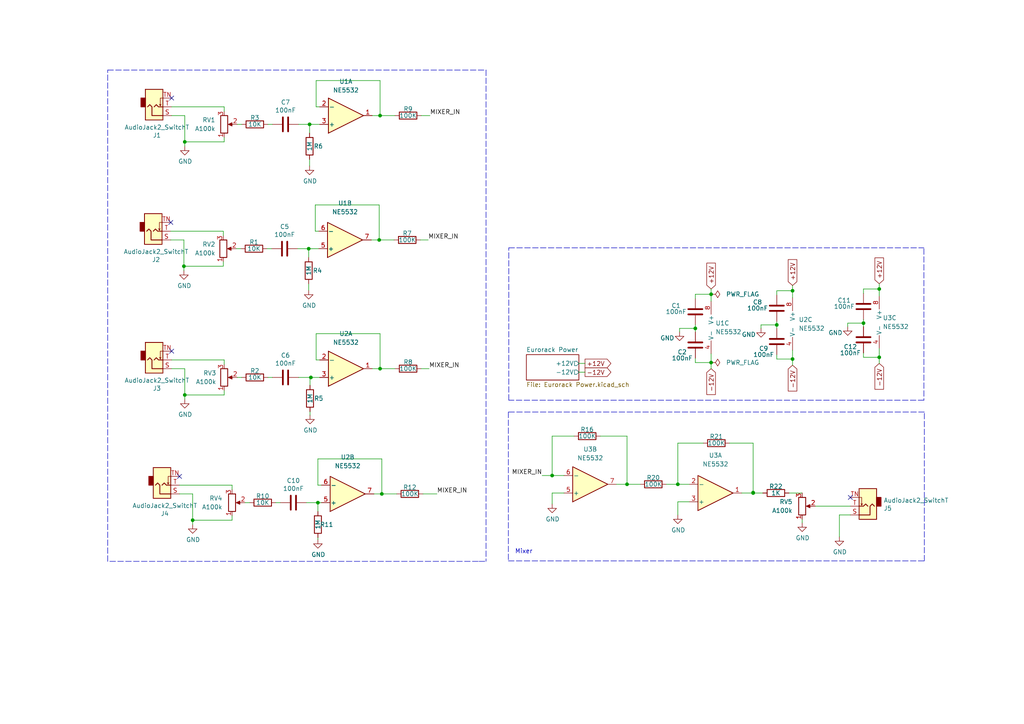
<source format=kicad_sch>
(kicad_sch (version 20211123) (generator eeschema)
  (paper "A4")
  (title_block (title "MiniMix") (rev "v1.2"))
  (lib_symbols
    (symbol "Amplifier_Operational:NE5532" (pin_names (offset 0.127))
      (property "Reference" "U" (at 0 5.08 0))
      (property "Value" "NE5532" (at 0 -5.08 0))
      (symbol "NE5532_1_1"
        (polyline (pts (xy -5.08 5.08) (xy 5.08 0) (xy -5.08 -5.08) (xy -5.08 5.08)) (stroke (width 0.254)) (fill (type background)))
        (pin output line (at 7.62 0 180) (length 2.54) (name "~") (number "1"))
        (pin input line (at -7.62 -2.54 0) (length 2.54) (name "-") (number "2"))
        (pin input line (at -7.62 2.54 0) (length 2.54) (name "+") (number "3"))
      )
      (symbol "NE5532_2_1"
        (polyline (pts (xy -5.08 5.08) (xy 5.08 0) (xy -5.08 -5.08) (xy -5.08 5.08)) (stroke (width 0.254)) (fill (type background)))
        (pin input line (at -7.62 2.54 0) (length 2.54) (name "+") (number "5"))
        (pin input line (at -7.62 -2.54 0) (length 2.54) (name "-") (number "6"))
        (pin output line (at 7.62 0 180) (length 2.54) (name "~") (number "7"))
      )
      (symbol "NE5532_3_1"
        (pin power_in line (at -2.54 -7.62 90) (length 3.81) (name "V-") (number "4"))
        (pin power_in line (at -2.54 7.62 270) (length 3.81) (name "V+") (number "8"))
      )
    )
    (symbol "Connector:AudioJack2_SwitchT"
      (property "Reference" "J" (at 0 8.89 0))
      (property "Value" "AudioJack2_SwitchT" (at 0 6.35 0))
      (symbol "AudioJack2_SwitchT_0_1"
        (rectangle (start -2.54 0) (end -3.81 -2.54) (stroke (width 0.254)) (fill (type outline)))
        (polyline (pts (xy 1.778 -0.254) (xy 2.032 -0.762)))
        (polyline (pts (xy 0 0) (xy 0.635 -0.635) (xy 1.27 0) (xy 2.54 0)) (stroke (width 0.254)))
        (polyline (pts (xy 2.54 -2.54) (xy 1.778 -2.54) (xy 1.778 -0.254) (xy 1.524 -0.762)))
        (polyline (pts (xy 2.54 2.54) (xy -0.635 2.54) (xy -0.635 0) (xy -1.27 -0.635) (xy -1.905 0)) (stroke (width 0.254)))
        (rectangle (start 2.54 3.81) (end -2.54 -5.08) (stroke (width 0.254)) (fill (type background)))
      )
      (symbol "AudioJack2_SwitchT_1_1"
        (pin passive line (at 5.08 2.54 180) (length 2.54) (name "~") (number "S"))
        (pin passive line (at 5.08 0 180) (length 2.54) (name "~") (number "T"))
        (pin passive line (at 5.08 -2.54 180) (length 2.54) (name "~") (number "TN"))
      )
    )
    (symbol "Device:C" (pin_numbers hide) (pin_names (offset 0.254))
      (property "Reference" "C" (at 0.635 2.54 0))
      (property "Value" "C" (at 0.635 -2.54 0))
      (symbol "C_0_1"
        (polyline (pts (xy -2.032 -0.762) (xy 2.032 -0.762)) (stroke (width 0.508)))
        (polyline (pts (xy -2.032 0.762) (xy 2.032 0.762)) (stroke (width 0.508)))
      )
      (symbol "C_1_1"
        (pin passive line (at 0 3.81 270) (length 2.794) (name "~") (number "1"))
        (pin passive line (at 0 -3.81 90) (length 2.794) (name "~") (number "2"))
      )
    )
    (symbol "Device:R" (pin_numbers hide) (pin_names (offset 0))
      (property "Reference" "R" (at 2.032 0 90))
      (property "Value" "R" (at 0 0 90))
      (symbol "R_0_1"
        (rectangle (start -1.016 -2.54) (end 1.016 2.54) (stroke (width 0.254)))
      )
      (symbol "R_1_1"
        (pin passive line (at 0 3.81 270) (length 1.27) (name "~") (number "1"))
        (pin passive line (at 0 -3.81 90) (length 1.27) (name "~") (number "2"))
      )
    )
    (symbol "Device:R_Potentiometer" (pin_names (offset 1.016) hide)
      (property "Reference" "RV" (at -4.445 0 90))
      (property "Value" "R_Potentiometer" (at -2.54 0 90))
      (symbol "R_Potentiometer_0_1"
        (polyline (pts (xy 2.54 0) (xy 1.524 0)))
        (polyline (pts (xy 1.143 0) (xy 2.286 0.508) (xy 2.286 -0.508) (xy 1.143 0)) (fill (type outline)))
        (rectangle (start 1.016 2.54) (end -1.016 -2.54) (stroke (width 0.254)))
      )
      (symbol "R_Potentiometer_1_1"
        (pin passive line (at 0 3.81 270) (length 1.27) (name "1") (number "1"))
        (pin passive line (at 3.81 0 180) (length 1.27) (name "2") (number "2"))
        (pin passive line (at 0 -3.81 90) (length 1.27) (name "3") (number "3"))
      )
    )
    (symbol "power:GND" (power) (pin_names (offset 0))
      (property "Value" "GND" (at 0 -3.81 0))
      (symbol "GND_0_1"
        (polyline (pts (xy 0 0) (xy 0 -1.27) (xy 1.27 -1.27) (xy 0 -2.54) (xy -1.27 -1.27) (xy 0 -1.27)))
      )
      (symbol "GND_1_1"
        (pin power_in line (at 0 0 270) (length 0) hide (name "GND") (number "1"))
      )
    )
    (symbol "power:PWR_FLAG" (power) (pin_numbers hide) (pin_names (offset 0) hide)
      (property "Value" "PWR_FLAG" (at 0 3.81 0))
      (symbol "PWR_FLAG_0_0"
        (pin power_out line (at 0 0 90) (length 0) (name "pwr") (number "1"))
      )
      (symbol "PWR_FLAG_0_1"
        (polyline (pts (xy 0 0) (xy 0 1.27) (xy -1.016 1.905) (xy 0 2.54) (xy 1.016 1.905) (xy 0 1.27)))
      )
    )
  )
  (junction (at 89.789 36.068))
  (junction (at 110.236 106.934))
  (junction (at 110.236 33.528))
  (junction (at 181.864 140.462))
  (junction (at 206.248 105.156))
  (junction (at 255.016 83.82))
  (junction (at 255.016 103.632))
  (junction (at 90.17 109.474))
  (junction (at 250.444 93.726))
  (junction (at 218.44 143.002))
  (junction (at 110.744 143.256))
  (junction (at 55.88 150.876))
  (junction (at 92.202 145.796))
  (junction (at 160.147 137.922))
  (junction (at 229.87 104.14))
  (junction (at 196.596 140.462))
  (junction (at 229.87 84.328))
  (junction (at 201.676 95.25))
  (junction (at 89.535 72.136))
  (junction (at 225.298 94.234))
  (junction (at 53.594 41.148))
  (junction (at 53.594 114.554))
  (junction (at 53.34 77.216))
  (junction (at 206.248 85.344))
  (junction (at 109.982 69.596))
  (junction (at 218.44 142.875))
  (no_connect (at 52.07 138.176))
  (no_connect (at 49.53 64.516))
  (no_connect (at 246.634 144.272))
  (no_connect (at 49.784 101.854))
  (no_connect (at 49.784 28.448))
  (wire (pts (xy 89.789 46.228) (xy 89.789 48.133)))
  (wire (pts (xy 206.248 83.82) (xy 206.248 85.344)))
  (polyline (pts (xy 140.97 20.32) (xy 140.97 162.814)))
  (wire (pts (xy 255.016 82.296) (xy 255.016 83.82)))
  (wire (pts (xy 109.982 69.596) (xy 109.982 59.436)))
  (wire (pts (xy 206.248 85.344) (xy 206.248 87.376)))
  (wire (pts (xy 225.298 104.14) (xy 229.87 104.14)))
  (wire (pts (xy 92.202 133.096) (xy 92.202 140.716)))
  (wire (pts (xy 181.864 140.462) (xy 185.674 140.462)))
  (wire (pts (xy 77.47 72.136) (xy 78.74 72.136)))
  (wire (pts (xy 255.016 103.632) (xy 255.016 105.41)))
  (wire (pts (xy 110.236 106.934) (xy 114.554 106.934)))
  (wire (pts (xy 91.694 104.394) (xy 92.71 104.394)))
  (wire (pts (xy 220.726 94.234) (xy 220.726 95.25)))
  (wire (pts (xy 65.024 104.394) (xy 65.024 105.664)))
  (wire (pts (xy 71.12 145.796) (xy 72.39 145.796)))
  (wire (pts (xy 201.676 95.25) (xy 197.104 95.25)))
  (wire (pts (xy 201.676 85.344) (xy 206.248 85.344)))
  (wire (pts (xy 160.147 137.922) (xy 163.576 137.922)))
  (wire (pts (xy 53.594 114.554) (xy 53.594 115.824)))
  (wire (pts (xy 52.07 140.716) (xy 67.31 140.716)))
  (wire (pts (xy 92.202 145.796) (xy 93.218 145.796)))
  (wire (pts (xy 88.9 145.796) (xy 92.202 145.796)))
  (wire (pts (xy 250.444 103.632) (xy 255.016 103.632)))
  (wire (pts (xy 110.744 143.256) (xy 115.062 143.256)))
  (wire (pts (xy 122.174 33.528) (xy 124.714 33.528)))
  (wire (pts (xy 55.88 143.256) (xy 55.88 150.876)))
  (wire (pts (xy 49.53 67.056) (xy 64.77 67.056)))
  (wire (pts (xy 55.88 150.876) (xy 55.88 152.146)))
  (wire (pts (xy 110.236 23.368) (xy 91.694 23.368)))
  (wire (pts (xy 250.444 93.726) (xy 245.872 93.726)))
  (wire (pts (xy 49.784 30.988) (xy 65.024 30.988)))
  (wire (pts (xy 53.594 33.528) (xy 53.594 41.148)))
  (wire (pts (xy 110.744 143.256) (xy 110.744 133.096)))
  (wire (pts (xy 91.694 23.368) (xy 91.694 30.988)))
  (wire (pts (xy 197.104 95.25) (xy 197.104 96.266)))
  (wire (pts (xy 166.497 126.492) (xy 160.147 126.492)))
  (polyline (pts (xy 147.447 162.687) (xy 268.097 162.687)))
  (wire (pts (xy 201.676 103.886) (xy 201.676 105.156)))
  (wire (pts (xy 52.07 143.256) (xy 55.88 143.256)))
  (wire (pts (xy 243.459 149.352) (xy 243.459 155.702)))
  (wire (pts (xy 163.576 143.002) (xy 160.147 143.002)))
  (wire (pts (xy 77.724 36.068) (xy 78.994 36.068)))
  (wire (pts (xy 108.458 143.256) (xy 110.744 143.256)))
  (wire (pts (xy 218.44 143.002) (xy 221.234 143.002)))
  (wire (pts (xy 91.44 67.056) (xy 92.456 67.056)))
  (polyline (pts (xy 147.574 116.078) (xy 147.574 71.882)))
  (wire (pts (xy 67.31 140.716) (xy 67.31 141.986)))
  (wire (pts (xy 193.294 140.462) (xy 196.596 140.462)))
  (wire (pts (xy 236.474 146.812) (xy 246.634 146.812)))
  (wire (pts (xy 229.87 84.328) (xy 229.87 86.36)))
  (wire (pts (xy 110.236 106.934) (xy 110.236 96.774)))
  (wire (pts (xy 229.87 82.804) (xy 229.87 84.328)))
  (wire (pts (xy 181.864 126.492) (xy 181.864 140.462)))
  (wire (pts (xy 80.01 145.796) (xy 81.28 145.796)))
  (wire (pts (xy 89.916 109.22) (xy 90.17 109.474)))
  (wire (pts (xy 91.44 59.436) (xy 91.44 67.056)))
  (wire (pts (xy 211.582 128.524) (xy 218.44 128.524)))
  (wire (pts (xy 68.834 36.068) (xy 70.104 36.068)))
  (wire (pts (xy 109.982 69.596) (xy 114.3 69.596)))
  (wire (pts (xy 122.682 143.256) (xy 126.746 143.256)))
  (wire (pts (xy 206.248 105.156) (xy 206.248 106.934)))
  (wire (pts (xy 107.95 106.934) (xy 110.236 106.934)))
  (wire (pts (xy 65.024 30.988) (xy 65.024 32.258)))
  (wire (pts (xy 77.724 109.474) (xy 78.994 109.474)))
  (wire (pts (xy 196.596 140.462) (xy 199.898 140.462)))
  (wire (pts (xy 250.444 85.09) (xy 250.444 83.82)))
  (wire (pts (xy 201.676 95.25) (xy 201.676 96.266)))
  (wire (pts (xy 68.834 109.474) (xy 70.104 109.474)))
  (wire (pts (xy 250.444 92.71) (xy 250.444 93.726)))
  (wire (pts (xy 110.236 33.528) (xy 110.236 23.368)))
  (wire (pts (xy 232.664 150.622) (xy 232.664 151.638)))
  (wire (pts (xy 89.789 36.068) (xy 92.71 36.068)))
  (wire (pts (xy 65.024 114.554) (xy 65.024 113.284)))
  (wire (pts (xy 91.694 30.988) (xy 92.71 30.988)))
  (wire (pts (xy 160.147 126.492) (xy 160.147 137.922)))
  (wire (pts (xy 89.916 119.38) (xy 89.916 120.396)))
  (wire (pts (xy 55.88 150.876) (xy 67.31 150.876)))
  (polyline (pts (xy 267.97 72.136) (xy 267.97 116.078)))
  (wire (pts (xy 225.298 84.328) (xy 229.87 84.328)))
  (polyline (pts (xy 31.242 162.814) (xy 31.242 20.32)))
  (wire (pts (xy 86.36 72.136) (xy 89.535 72.136)))
  (wire (pts (xy 92.202 140.716) (xy 93.218 140.716)))
  (wire (pts (xy 89.535 82.296) (xy 89.535 84.201)))
  (wire (pts (xy 255.016 101.092) (xy 255.016 103.632)))
  (wire (pts (xy 89.916 109.22) (xy 89.916 111.76)))
  (wire (pts (xy 53.594 41.148) (xy 65.024 41.148)))
  (wire (pts (xy 196.596 145.542) (xy 199.898 145.542)))
  (wire (pts (xy 53.594 114.554) (xy 65.024 114.554)))
  (wire (pts (xy 174.117 126.492) (xy 181.864 126.492)))
  (wire (pts (xy 201.676 86.614) (xy 201.676 85.344)))
  (wire (pts (xy 53.34 69.596) (xy 53.34 77.216)))
  (wire (pts (xy 218.44 128.524) (xy 218.44 142.875)))
  (wire (pts (xy 196.596 145.542) (xy 196.596 149.352)))
  (wire (pts (xy 64.77 77.216) (xy 64.77 75.946)))
  (wire (pts (xy 86.614 36.068) (xy 89.789 36.068)))
  (wire (pts (xy 225.298 102.87) (xy 225.298 104.14)))
  (wire (pts (xy 157.226 137.922) (xy 160.147 137.922)))
  (wire (pts (xy 201.676 105.156) (xy 206.248 105.156)))
  (polyline (pts (xy 138.684 162.814) (xy 31.242 162.814)))
  (wire (pts (xy 167.894 107.95) (xy 169.672 107.95)))
  (wire (pts (xy 68.58 72.136) (xy 69.85 72.136)))
  (wire (pts (xy 91.694 96.774) (xy 91.694 104.394)))
  (wire (pts (xy 181.864 140.462) (xy 178.816 140.462)))
  (wire (pts (xy 110.744 133.096) (xy 92.202 133.096)))
  (wire (pts (xy 228.854 143.002) (xy 232.664 143.002)))
  (wire (pts (xy 206.248 102.616) (xy 206.248 105.156)))
  (polyline (pts (xy 267.97 116.078) (xy 147.574 116.078)))
  (wire (pts (xy 49.784 104.394) (xy 65.024 104.394)))
  (wire (pts (xy 167.894 105.41) (xy 169.672 105.41)))
  (wire (pts (xy 225.298 85.598) (xy 225.298 84.328)))
  (wire (pts (xy 215.138 143.002) (xy 218.44 143.002)))
  (wire (pts (xy 89.535 72.136) (xy 92.456 72.136)))
  (wire (pts (xy 225.298 93.218) (xy 225.298 94.234)))
  (wire (pts (xy 92.202 155.956) (xy 92.202 156.464)))
  (wire (pts (xy 122.174 106.934) (xy 124.46 106.934)))
  (wire (pts (xy 245.872 93.726) (xy 245.872 94.742)))
  (wire (pts (xy 107.696 69.596) (xy 109.982 69.596)))
  (polyline (pts (xy 268.097 162.687) (xy 268.097 119.507)))
  (wire (pts (xy 250.444 102.362) (xy 250.444 103.632)))
  (polyline (pts (xy 147.447 119.507) (xy 147.447 162.687)))
  (wire (pts (xy 107.95 33.528) (xy 110.236 33.528)))
  (polyline (pts (xy 138.938 162.814) (xy 140.97 162.814)))
  (wire (pts (xy 89.535 72.136) (xy 89.535 74.676)))
  (wire (pts (xy 90.17 109.474) (xy 92.71 109.474)))
  (wire (pts (xy 110.236 33.528) (xy 114.554 33.528)))
  (wire (pts (xy 160.147 143.002) (xy 160.147 146.177)))
  (wire (pts (xy 49.784 106.934) (xy 53.594 106.934)))
  (wire (pts (xy 49.784 33.528) (xy 53.594 33.528)))
  (wire (pts (xy 246.634 149.352) (xy 243.459 149.352)))
  (polyline (pts (xy 31.242 20.32) (xy 140.97 20.32)))
  (wire (pts (xy 201.676 94.234) (xy 201.676 95.25)))
  (wire (pts (xy 110.236 96.774) (xy 91.694 96.774)))
  (wire (pts (xy 89.789 36.068) (xy 89.789 38.608)))
  (wire (pts (xy 225.298 94.234) (xy 220.726 94.234)))
  (wire (pts (xy 53.34 77.216) (xy 64.77 77.216)))
  (wire (pts (xy 229.87 101.6) (xy 229.87 104.14)))
  (wire (pts (xy 225.298 94.234) (xy 225.298 95.25)))
  (wire (pts (xy 109.982 59.436) (xy 91.44 59.436)))
  (wire (pts (xy 250.444 93.726) (xy 250.444 94.742)))
  (wire (pts (xy 218.44 142.875) (xy 218.44 143.002)))
  (wire (pts (xy 255.016 83.82) (xy 255.016 85.852)))
  (polyline (pts (xy 147.574 71.882) (xy 267.97 71.882)))
  (wire (pts (xy 250.444 83.82) (xy 255.016 83.82)))
  (wire (pts (xy 196.596 128.524) (xy 203.962 128.524)))
  (wire (pts (xy 49.53 69.596) (xy 53.34 69.596)))
  (wire (pts (xy 121.92 69.596) (xy 124.206 69.596)))
  (wire (pts (xy 229.87 104.14) (xy 229.87 105.918)))
  (wire (pts (xy 53.34 77.216) (xy 53.34 78.486)))
  (wire (pts (xy 86.614 109.474) (xy 90.17 109.474)))
  (wire (pts (xy 67.31 150.876) (xy 67.31 149.606)))
  (wire (pts (xy 64.77 67.056) (xy 64.77 68.326)))
  (wire (pts (xy 65.024 41.148) (xy 65.024 39.878)))
  (wire (pts (xy 53.594 41.148) (xy 53.594 42.418)))
  (polyline (pts (xy 268.097 119.507) (xy 147.447 119.507)))
  (wire (pts (xy 196.596 128.524) (xy 196.596 140.462)))
  (wire (pts (xy 92.202 145.796) (xy 92.202 148.336)))
  (wire (pts (xy 53.594 106.934) (xy 53.594 114.554)))
  (text "Mixer" (at 149.352 160.782 0) (effects (font (size 1.27 1.27)) (justify left bottom)))
  (label "MIXER_IN" (at 124.206 69.596 0))
  (label "MIXER_IN" (at 124.714 33.528 0))
  (label "MIXER_IN" (at 126.746 143.256 0))
  (label "MIXER_IN" (at 124.46 106.934 0))
  (label "MIXER_IN" (at 157.226 137.922 180))
  (global_label "-12V" (shape input) (at 206.248 106.934 270) (property "Intersheet References" "${INTERSHEET_REFS}" (effects hide)))
  (global_label "-12V" (shape input) (at 255.016 105.41 270) (property "Intersheet References" "${INTERSHEET_REFS}" (effects hide)))
  (global_label "+12V" (shape input) (at 206.248 83.82 90) (property "Intersheet References" "${INTERSHEET_REFS}" (effects hide)))
  (global_label "+12V" (shape output) (at 169.672 105.41 0) (property "Intersheet References" "${INTERSHEET_REFS}" (effects hide)))
  (global_label "-12V" (shape input) (at 229.87 105.918 270) (property "Intersheet References" "${INTERSHEET_REFS}" (effects hide)))
  (global_label "+12V" (shape input) (at 255.016 82.296 90) (property "Intersheet References" "${INTERSHEET_REFS}" (effects hide)))
  (global_label "+12V" (shape input) (at 229.87 82.804 90) (property "Intersheet References" "${INTERSHEET_REFS}" (effects hide)))
  (global_label "-12V" (shape output) (at 169.672 107.95 0) (property "Intersheet References" "${INTERSHEET_REFS}" (effects hide)))
  (symbol (lib_id "Device:R") (at 207.772 128.524 270) (unit 1)
    (property "Reference" "R21" (at 207.772 126.619 90))
    (property "Value" "100K" (at 207.772 128.524 90))
    (property "Footprint" "Resistor_SMD:R_0603_1608Metric_Pad0.98x0.95mm_HandSolder" (effects hide))
    (property "Manufacturers Name" "YAGEO" (effects hide))
    (property "Manufacturers Part Number" "RC0603FR-07100KL " (effects hide))
  )
  (symbol (lib_id "power:GND") (at 197.104 96.266 0) (unit 1)
    (property "Reference" "#PWR01" (effects hide))
    (property "Value" "GND" (at 193.548 98.044 0))
  )
  (symbol (lib_id "Device:C") (at 225.298 99.06 180) (unit 1)
    (property "Reference" "C9" (at 221.488 101.092 0))
    (property "Value" "100nF" (at 221.488 102.87 0))
    (property "Footprint" "Capacitor_SMD:C_0603_1608Metric_Pad1.08x0.95mm_HandSolder" (effects hide))
    (property "Manufacturers Name" "YAGEO" (effects hide))
    (property "Manufacturers Part Number" "CC0603JRX7R9BB104" (effects hide))
  )
  (symbol (lib_id "Device:R") (at 118.364 33.528 270) (unit 1)
    (property "Reference" "R9" (at 118.364 31.623 90))
    (property "Value" "100K" (at 118.364 33.528 90))
    (property "Footprint" "Resistor_SMD:R_0603_1608Metric_Pad0.98x0.95mm_HandSolder" (effects hide))
    (property "Manufacturers Name" "YAGEO" (effects hide))
    (property "Manufacturers Part Number" "RC0603FR-07100KL " (effects hide))
  )
  (symbol (lib_id "Device:R_Potentiometer") (at 67.31 145.796 0) (mirror x) (unit 1)
    (property "Reference" "RV4" (at 64.516 144.5259 0) (effects (justify right)))
    (property "Value" "A100k" (at 64.516 147.0659 0) (effects (justify right)))
    (property "Footprint" "Potentiometer_THT:Potentiometer_Bourns_PTA4543_Single_Slide" (effects hide))
    (property "Manufacturers Name" "Bourns " (effects hide))
    (property "Manufacturers Part Number" "PTA4553-2015DPA104 " (effects hide))
  )
  (symbol (lib_id "Device:R") (at 89.535 78.486 180) (unit 1)
    (property "Reference" "R4" (at 92.075 78.486 0))
    (property "Value" "1M" (at 89.535 78.486 90))
    (property "Footprint" "Resistor_SMD:R_0603_1608Metric_Pad0.98x0.95mm_HandSolder" (effects hide))
    (property "Manufacturers Name" "YAGEO" (effects hide))
    (property "Manufacturers Part Number" "RC0603FR-071ML " (effects hide))
  )
  (symbol (lib_id "Amplifier_Operational:NE5532") (at 208.788 94.996 0) (unit 3)
    (property "Reference" "U1" (at 207.518 93.7259 0) (effects (justify left)))
    (property "Value" "NE5532" (at 207.518 96.2659 0) (effects (justify left)))
    (property "Footprint" "Package_SO:SOIC-8_3.9x4.9mm_P1.27mm" (effects hide))
    (property "Datasheet" "http://www.ti.com/lit/ds/symlink/ne5532.pdf" (effects hide))
    (property "Manufacturers Name" "Texas Instruments" (effects hide))
    (property "Manufacturers Part Number" "NE5532ADR" (effects hide))
  )
  (symbol (lib_id "power:GND") (at 220.726 95.25 0) (unit 1)
    (property "Reference" "#PWR011" (effects hide))
    (property "Value" "GND" (at 217.17 97.028 0))
  )
  (symbol (lib_id "power:GND") (at 89.535 84.201 0) (unit 1)
    (property "Reference" "#PWR08" (effects hide))
    (property "Value" "GND" (at 89.662 88.5952 0))
  )
  (symbol (lib_id "power:GND") (at 196.596 149.352 0) (unit 1)
    (property "Reference" "#PWR019" (effects hide))
    (property "Value" "GND" (at 196.723 153.7462 0))
  )
  (symbol (lib_id "Device:R") (at 118.11 69.596 270) (unit 1)
    (property "Reference" "R7" (at 118.11 67.691 90))
    (property "Value" "100K" (at 118.11 69.596 90))
    (property "Footprint" "Resistor_SMD:R_0603_1608Metric_Pad0.98x0.95mm_HandSolder" (effects hide))
    (property "Manufacturers Name" "YAGEO" (effects hide))
    (property "Manufacturers Part Number" "RC0603FR-07100KL " (effects hide))
  )
  (symbol (lib_id "Device:R_Potentiometer") (at 65.024 109.474 0) (mirror x) (unit 1)
    (property "Reference" "RV3" (at 62.738 108.2039 0) (effects (justify right)))
    (property "Value" "A100k" (at 62.738 110.7439 0) (effects (justify right)))
    (property "Footprint" "Potentiometer_THT:Potentiometer_Bourns_PTA4543_Single_Slide" (effects hide))
    (property "Manufacturers Name" "Bourns " (effects hide))
    (property "Manufacturers Part Number" "PTA4553-2015DPA104 " (effects hide))
  )
  (symbol (lib_id "power:GND") (at 160.147 146.177 0) (unit 1)
    (property "Reference" "#PWR018" (effects hide))
    (property "Value" "GND" (at 160.274 150.5712 0))
  )
  (symbol (lib_id "Device:R") (at 73.914 36.068 270) (unit 1)
    (property "Reference" "R3" (at 73.914 34.163 90))
    (property "Value" "10K" (at 73.914 36.068 90))
    (property "Footprint" "Resistor_SMD:R_0603_1608Metric_Pad0.98x0.95mm_HandSolder" (effects hide))
    (property "Manufacturers Name" "YAGEO" (effects hide))
    (property "Manufacturers Part Number" "AC0603FR-0710KL" (effects hide))
  )
  (symbol (lib_id "power:GND") (at 53.594 42.418 0) (unit 1)
    (property "Reference" "#PWR07" (effects hide))
    (property "Value" "GND" (at 53.721 46.8122 0))
  )
  (symbol (lib_id "power:GND") (at 92.202 156.464 0) (unit 1)
    (property "Reference" "#PWR014" (effects hide))
    (property "Value" "GND" (at 92.329 160.8582 0))
  )
  (symbol (lib_id "Device:R") (at 76.2 145.796 270) (unit 1)
    (property "Reference" "R10" (at 76.2 143.891 90))
    (property "Value" "10K" (at 76.2 145.796 90))
    (property "Footprint" "Resistor_SMD:R_0603_1608Metric_Pad0.98x0.95mm_HandSolder" (effects hide))
    (property "Manufacturers Name" "YAGEO" (effects hide))
    (property "Manufacturers Part Number" "AC0603FR-0710KL" (effects hide))
  )
  (symbol (lib_id "Device:R") (at 89.789 42.418 180) (unit 1)
    (property "Reference" "R6" (at 92.329 42.418 0))
    (property "Value" "1M" (at 89.789 42.418 90))
    (property "Footprint" "Resistor_SMD:R_0603_1608Metric_Pad0.98x0.95mm_HandSolder" (effects hide))
    (property "Manufacturers Name" "YAGEO" (effects hide))
    (property "Manufacturers Part Number" "RC0603FR-071ML " (effects hide))
  )
  (symbol (lib_id "power:GND") (at 232.664 151.638 0) (unit 1)
    (property "Reference" "#PWR016" (effects hide))
    (property "Value" "GND" (at 232.791 156.0322 0))
  )
  (symbol (lib_id "power:GND") (at 245.872 94.742 0) (unit 1)
    (property "Reference" "#PWR013" (effects hide))
    (property "Value" "GND" (at 242.316 96.52 0))
  )
  (symbol (lib_id "Amplifier_Operational:NE5532") (at 257.556 93.472 0) (unit 3)
    (property "Reference" "U3" (at 256.032 92.2019 0) (effects (justify left)))
    (property "Value" "NE5532" (at 256.032 94.7419 0) (effects (justify left)))
    (property "Footprint" "Package_SO:SOIC-8_3.9x4.9mm_P1.27mm" (effects hide))
    (property "Datasheet" "http://www.ti.com/lit/ds/symlink/ne5532.pdf" (effects hide))
    (property "Manufacturers Name" "Texas Instruments" (effects hide))
    (property "Manufacturers Part Number" "NE5532ADR" (effects hide))
  )
  (symbol (lib_id "Device:C") (at 225.298 89.408 180) (unit 1)
    (property "Reference" "C8" (at 219.71 87.63 0))
    (property "Value" "100nF" (at 219.71 89.408 0))
    (property "Footprint" "Capacitor_SMD:C_0603_1608Metric_Pad1.08x0.95mm_HandSolder" (effects hide))
    (property "Manufacturers Name" "YAGEO" (effects hide))
    (property "Manufacturers Part Number" "CC0603JRX7R9BB104" (effects hide))
  )
  (symbol (lib_id "Amplifier_Operational:NE5532") (at 171.196 140.462 0) (mirror x) (unit 2)
    (property "Reference" "U3" (at 171.196 130.302 0))
    (property "Value" "NE5532" (at 171.196 132.842 0))
    (property "Footprint" "Package_SO:SOIC-8_3.9x4.9mm_P1.27mm" (effects hide))
    (property "Datasheet" "http://www.ti.com/lit/ds/symlink/ne5532.pdf" (effects hide))
    (property "Manufacturers Name" "Texas Instruments" (effects hide))
    (property "Manufacturers Part Number" "NE5532ADR" (effects hide))
  )
  (symbol (lib_id "Device:R") (at 89.916 115.57 180) (unit 1)
    (property "Reference" "R5" (at 92.456 115.57 0))
    (property "Value" "1M" (at 89.916 115.57 90))
    (property "Footprint" "Resistor_SMD:R_0603_1608Metric_Pad0.98x0.95mm_HandSolder" (effects hide))
    (property "Manufacturers Name" "YAGEO" (effects hide))
    (property "Manufacturers Part Number" "RC0603FR-071ML " (effects hide))
  )
  (symbol (lib_id "power:PWR_FLAG") (at 206.248 85.344 270) (unit 1)
    (property "Reference" "#FLG02" (effects hide))
    (property "Value" "PWR_FLAG" (at 210.566 85.3439 90) (effects (justify left)))
  )
  (symbol (lib_id "Device:C") (at 250.444 98.552 180) (unit 1)
    (property "Reference" "C12" (at 246.634 100.584 0))
    (property "Value" "100nF" (at 246.634 102.362 0))
    (property "Footprint" "Capacitor_SMD:C_0603_1608Metric_Pad1.08x0.95mm_HandSolder" (effects hide))
    (property "Manufacturers Name" "YAGEO" (effects hide))
    (property "Manufacturers Part Number" "CC0603JRX7R9BB104" (effects hide))
  )
  (symbol (lib_id "power:GND") (at 55.88 152.146 0) (unit 1)
    (property "Reference" "#PWR012" (effects hide))
    (property "Value" "GND" (at 56.007 156.5402 0))
  )
  (symbol (lib_id "Device:R_Potentiometer") (at 232.664 146.812 0) (mirror x) (unit 1)
    (property "Reference" "RV5" (at 229.87 145.5419 0) (effects (justify right)))
    (property "Value" "A100k" (at 229.87 148.0819 0) (effects (justify right)))
    (property "Footprint" "benjiaomodular:Potentiometer_RV09" (effects hide))
    (property "Manufacturers Name" "ALPHA" (effects hide))
    (property "Manufacturers Part Number" "RV09AF-40-20K-A100K" (effects hide))
  )
  (symbol (lib_id "Device:R") (at 189.484 140.462 270) (unit 1)
    (property "Reference" "R20" (at 189.484 138.557 90))
    (property "Value" "100K" (at 189.484 140.462 90))
    (property "Footprint" "Resistor_SMD:R_0603_1608Metric_Pad0.98x0.95mm_HandSolder" (effects hide))
    (property "Manufacturers Name" "YAGEO" (effects hide))
    (property "Manufacturers Part Number" "RC0603FR-07100KL " (effects hide))
  )
  (symbol (lib_id "Device:R") (at 225.044 143.002 270) (unit 1)
    (property "Reference" "R22" (at 225.044 141.097 90))
    (property "Value" "1K" (at 225.044 143.002 90))
    (property "Footprint" "Resistor_SMD:R_0603_1608Metric_Pad0.98x0.95mm_HandSolder" (effects hide))
    (property "Manufacturers Name" "YAGEO" (effects hide))
    (property "Manufacturers Part Number" "RC0603FR-071KL " (effects hide))
  )
  (symbol (lib_id "Connector:AudioJack2_SwitchT") (at 44.45 67.056 0) (mirror x) (unit 1)
    (property "Reference" "J2" (at 45.2628 75.311 0))
    (property "Value" "AudioJack2_SwitchT" (at 45.2628 72.9996 0))
    (property "Footprint" "benjiaomodular:AudioJack_3.5mm" (effects hide))
    (property "Manufacturers Part Number" "PJ-3001F" (effects hide))
    (property "Manufacturers Name" "Tayda Electronics" (effects hide))
  )
  (symbol (lib_id "Device:C") (at 82.55 72.136 270) (unit 1)
    (property "Reference" "C5" (at 82.55 65.7352 90))
    (property "Value" "100nF" (at 82.55 68.0466 90))
    (property "Footprint" "Capacitor_SMD:C_0603_1608Metric_Pad1.08x0.95mm_HandSolder" (effects hide))
    (property "Manufacturers Name" "YAGEO" (effects hide))
    (property "Manufacturers Part Number" "CC0603JRX7R9BB104" (effects hide))
  )
  (symbol (lib_id "Device:R") (at 118.872 143.256 270) (unit 1)
    (property "Reference" "R12" (at 118.872 141.351 90))
    (property "Value" "100K" (at 118.872 143.256 90))
    (property "Footprint" "Resistor_SMD:R_0603_1608Metric_Pad0.98x0.95mm_HandSolder" (effects hide))
    (property "Manufacturers Name" "YAGEO" (effects hide))
    (property "Manufacturers Part Number" "RC0603FR-07100KL " (effects hide))
  )
  (symbol (lib_id "Connector:AudioJack2_SwitchT") (at 44.704 104.394 0) (mirror x) (unit 1)
    (property "Reference" "J3" (at 45.5168 112.649 0))
    (property "Value" "AudioJack2_SwitchT" (at 45.5168 110.3376 0))
    (property "Footprint" "benjiaomodular:AudioJack_3.5mm" (effects hide))
    (property "Manufacturers Part Number" "PJ-3001F" (effects hide))
    (property "Manufacturers Name" "Tayda Electronics" (effects hide))
  )
  (symbol (lib_id "Connector:AudioJack2_SwitchT") (at 46.99 140.716 0) (mirror x) (unit 1)
    (property "Reference" "J4" (at 47.8028 148.971 0))
    (property "Value" "AudioJack2_SwitchT" (at 47.8028 146.6596 0))
    (property "Footprint" "benjiaomodular:AudioJack_3.5mm" (effects hide))
    (property "Manufacturers Part Number" "PJ-3001F" (effects hide))
    (property "Manufacturers Name" "Tayda Electronics" (effects hide))
  )
  (symbol (lib_id "power:GND") (at 53.34 78.486 0) (unit 1)
    (property "Reference" "#PWR05" (effects hide))
    (property "Value" "GND" (at 53.467 82.8802 0))
  )
  (symbol (lib_id "Amplifier_Operational:NE5532") (at 100.33 106.934 0) (mirror x) (unit 1)
    (property "Reference" "U2" (at 100.33 96.774 0))
    (property "Value" "NE5532" (at 100.33 99.314 0))
    (property "Footprint" "Package_SO:SOIC-8_3.9x4.9mm_P1.27mm" (effects hide))
    (property "Datasheet" "http://www.ti.com/lit/ds/symlink/ne5532.pdf" (effects hide))
    (property "Manufacturers Name" "Texas Instruments" (effects hide))
    (property "Manufacturers Part Number" "NE5532ADR" (effects hide))
  )
  (symbol (lib_id "Device:R_Potentiometer") (at 65.024 36.068 0) (mirror x) (unit 1)
    (property "Reference" "RV1" (at 62.484 34.7979 0) (effects (justify right)))
    (property "Value" "A100k" (at 62.484 37.3379 0) (effects (justify right)))
    (property "Footprint" "Potentiometer_THT:Potentiometer_Bourns_PTA4543_Single_Slide" (effects hide))
    (property "Manufacturers Name" "Bourns " (effects hide))
    (property "Manufacturers Part Number" "PTA4553-2015DPA104 " (effects hide))
  )
  (symbol (lib_id "Amplifier_Operational:NE5532") (at 100.838 143.256 0) (mirror x) (unit 2)
    (property "Reference" "U2" (at 100.838 132.588 0))
    (property "Value" "NE5532" (at 100.838 135.128 0))
    (property "Footprint" "Package_SO:SOIC-8_3.9x4.9mm_P1.27mm" (effects hide))
    (property "Datasheet" "http://www.ti.com/lit/ds/symlink/ne5532.pdf" (effects hide))
    (property "Manufacturers Name" "Texas Instruments" (effects hide))
    (property "Manufacturers Part Number" "NE5532ADR" (effects hide))
  )
  (symbol (lib_id "power:GND") (at 89.916 120.396 0) (unit 1)
    (property "Reference" "#PWR09" (effects hide))
    (property "Value" "GND" (at 90.043 124.7902 0))
  )
  (symbol (lib_id "Connector:AudioJack2_SwitchT") (at 251.714 146.812 180) (unit 1)
    (property "Reference" "J5" (at 256.286 147.447 0) (effects (justify right)))
    (property "Value" "AudioJack2_SwitchT" (at 256.286 145.1356 0) (effects (justify right)))
    (property "Footprint" "benjiaomodular:AudioJack_3.5mm" (effects hide))
    (property "Manufacturers Part Number" "PJ-3001F" (effects hide))
    (property "Manufacturers Name" "Tayda Electronics" (effects hide))
  )
  (symbol (lib_id "Device:C") (at 201.676 100.076 180) (unit 1)
    (property "Reference" "C2" (at 197.866 102.108 0))
    (property "Value" "100nF" (at 197.866 103.886 0))
    (property "Footprint" "Capacitor_SMD:C_0603_1608Metric_Pad1.08x0.95mm_HandSolder" (effects hide))
    (property "Manufacturers Name" "YAGEO" (effects hide))
    (property "Manufacturers Part Number" "CC0603JRX7R9BB104" (effects hide))
  )
  (symbol (lib_id "power:PWR_FLAG") (at 206.248 105.156 270) (unit 1)
    (property "Reference" "#FLG03" (effects hide))
    (property "Value" "PWR_FLAG" (at 210.566 105.1559 90) (effects (justify left)))
  )
  (symbol (lib_id "Amplifier_Operational:NE5532") (at 100.076 69.596 0) (mirror x) (unit 2)
    (property "Reference" "U1" (at 100.076 58.928 0))
    (property "Value" "NE5532" (at 100.076 61.468 0))
    (property "Footprint" "Package_SO:SOIC-8_3.9x4.9mm_P1.27mm" (effects hide))
    (property "Datasheet" "http://www.ti.com/lit/ds/symlink/ne5532.pdf" (effects hide))
    (property "Manufacturers Name" "Texas Instruments" (effects hide))
    (property "Manufacturers Part Number" "NE5532ADR" (effects hide))
  )
  (symbol (lib_id "Device:C") (at 85.09 145.796 270) (unit 1)
    (property "Reference" "C10" (at 85.09 139.3952 90))
    (property "Value" "100nF" (at 85.09 141.7066 90))
    (property "Footprint" "Capacitor_SMD:C_0603_1608Metric_Pad1.08x0.95mm_HandSolder" (effects hide))
    (property "Manufacturers Name" "YAGEO" (effects hide))
    (property "Manufacturers Part Number" "CC0603JRX7R9BB104" (effects hide))
  )
  (symbol (lib_id "Connector:AudioJack2_SwitchT") (at 44.704 30.988 0) (mirror x) (unit 1)
    (property "Reference" "J1" (at 45.5168 39.243 0))
    (property "Value" "AudioJack2_SwitchT" (at 45.5168 36.9316 0))
    (property "Footprint" "benjiaomodular:AudioJack_3.5mm" (effects hide))
    (property "Manufacturers Part Number" "PJ-3001F" (effects hide))
    (property "Manufacturers Name" "Tayda Electronics" (effects hide))
  )
  (symbol (lib_id "Device:C") (at 82.804 36.068 270) (unit 1)
    (property "Reference" "C7" (at 82.804 29.6672 90))
    (property "Value" "100nF" (at 82.804 31.9786 90))
    (property "Footprint" "Capacitor_SMD:C_0603_1608Metric_Pad1.08x0.95mm_HandSolder" (effects hide))
    (property "Manufacturers Name" "YAGEO" (effects hide))
    (property "Manufacturers Part Number" "CC0603JRX7R9BB104" (effects hide))
  )
  (symbol (lib_id "Device:C") (at 250.444 88.9 180) (unit 1)
    (property "Reference" "C11" (at 244.856 87.122 0))
    (property "Value" "100nF" (at 244.856 88.9 0))
    (property "Footprint" "Capacitor_SMD:C_0603_1608Metric_Pad1.08x0.95mm_HandSolder" (effects hide))
    (property "Manufacturers Name" "YAGEO" (effects hide))
    (property "Manufacturers Part Number" "CC0603JRX7R9BB104" (effects hide))
  )
  (symbol (lib_id "Amplifier_Operational:NE5532") (at 100.33 33.528 0) (mirror x) (unit 1)
    (property "Reference" "U1" (at 100.33 23.622 0))
    (property "Value" "NE5532" (at 100.33 26.162 0))
    (property "Footprint" "Package_SO:SOIC-8_3.9x4.9mm_P1.27mm" (effects hide))
    (property "Datasheet" "http://www.ti.com/lit/ds/symlink/ne5532.pdf" (effects hide))
    (property "Manufacturers Name" "Texas Instruments" (effects hide))
    (property "Manufacturers Part Number" "NE5532ADR" (effects hide))
  )
  (symbol (lib_id "Device:C") (at 201.676 90.424 180) (unit 1)
    (property "Reference" "C1" (at 196.088 88.646 0))
    (property "Value" "100nF" (at 196.088 90.424 0))
    (property "Footprint" "Capacitor_SMD:C_0603_1608Metric_Pad1.08x0.95mm_HandSolder" (effects hide))
    (property "Manufacturers Name" "YAGEO" (effects hide))
    (property "Manufacturers Part Number" "CC0603JRX7R9BB104" (effects hide))
  )
  (symbol (lib_id "Device:C") (at 82.804 109.474 270) (unit 1)
    (property "Reference" "C6" (at 82.804 103.0732 90))
    (property "Value" "100nF" (at 82.804 105.3846 90))
    (property "Footprint" "Capacitor_SMD:C_0603_1608Metric_Pad1.08x0.95mm_HandSolder" (effects hide))
    (property "Manufacturers Name" "YAGEO" (effects hide))
    (property "Manufacturers Part Number" "CC0603JRX7R9BB104" (effects hide))
  )
  (symbol (lib_id "Device:R") (at 118.364 106.934 270) (unit 1)
    (property "Reference" "R8" (at 118.364 105.029 90))
    (property "Value" "100K" (at 118.364 106.934 90))
    (property "Footprint" "Resistor_SMD:R_0603_1608Metric_Pad0.98x0.95mm_HandSolder" (effects hide))
    (property "Manufacturers Name" "YAGEO" (effects hide))
    (property "Manufacturers Part Number" "RC0603FR-07100KL " (effects hide))
  )
  (symbol (lib_id "Device:R") (at 73.914 109.474 270) (unit 1)
    (property "Reference" "R2" (at 73.914 107.569 90))
    (property "Value" "10K" (at 73.914 109.474 90))
    (property "Footprint" "Resistor_SMD:R_0603_1608Metric_Pad0.98x0.95mm_HandSolder" (effects hide))
    (property "Manufacturers Name" "YAGEO" (effects hide))
    (property "Manufacturers Part Number" "AC0603FR-0710KL" (effects hide))
  )
  (symbol (lib_id "Device:R_Potentiometer") (at 64.77 72.136 0) (mirror x) (unit 1)
    (property "Reference" "RV2" (at 62.484 70.8659 0) (effects (justify right)))
    (property "Value" "A100k" (at 62.484 73.4059 0) (effects (justify right)))
    (property "Footprint" "Potentiometer_THT:Potentiometer_Bourns_PTA4543_Single_Slide" (effects hide))
    (property "Manufacturers Name" "Bourns " (effects hide))
    (property "Manufacturers Part Number" "PTA4553-2015DPA104 " (effects hide))
  )
  (symbol (lib_id "power:GND") (at 243.459 155.702 0) (unit 1)
    (property "Reference" "#PWR020" (effects hide))
    (property "Value" "GND" (at 243.586 160.0962 0))
  )
  (symbol (lib_id "Amplifier_Operational:NE5532") (at 232.41 93.98 0) (unit 3)
    (property "Reference" "U2" (at 231.648 92.7099 0) (effects (justify left)))
    (property "Value" "NE5532" (at 231.648 95.2499 0) (effects (justify left)))
    (property "Footprint" "Package_SO:SOIC-8_3.9x4.9mm_P1.27mm" (effects hide))
    (property "Datasheet" "http://www.ti.com/lit/ds/symlink/ne5532.pdf" (effects hide))
    (property "Manufacturers Name" "Texas Instruments" (effects hide))
    (property "Manufacturers Part Number" "NE5532ADR" (effects hide))
  )
  (symbol (lib_id "Amplifier_Operational:NE5532") (at 207.518 143.002 0) (mirror x) (unit 1)
    (property "Reference" "U3" (at 207.518 132.08 0))
    (property "Value" "NE5532" (at 207.518 134.62 0))
    (property "Footprint" "Package_SO:SOIC-8_3.9x4.9mm_P1.27mm" (effects hide))
    (property "Datasheet" "http://www.ti.com/lit/ds/symlink/ne5532.pdf" (effects hide))
    (property "Manufacturers Name" "Texas Instruments" (effects hide))
    (property "Manufacturers Part Number" "NE5532ADR" (effects hide))
  )
  (symbol (lib_id "Device:R") (at 170.307 126.492 270) (unit 1)
    (property "Reference" "R16" (at 170.307 124.587 90))
    (property "Value" "100K" (at 170.307 126.492 90))
    (property "Footprint" "Resistor_SMD:R_0603_1608Metric_Pad0.98x0.95mm_HandSolder" (effects hide))
    (property "Manufacturers Name" "YAGEO" (effects hide))
    (property "Manufacturers Part Number" "RC0603FR-07100KL " (effects hide))
  )
  (symbol (lib_id "power:GND") (at 89.789 48.133 0) (unit 1)
    (property "Reference" "#PWR010" (effects hide))
    (property "Value" "GND" (at 89.916 52.5272 0))
  )
  (symbol (lib_id "Device:R") (at 73.66 72.136 270) (unit 1)
    (property "Reference" "R1" (at 73.66 70.231 90))
    (property "Value" "10K" (at 73.66 72.136 90))
    (property "Footprint" "Resistor_SMD:R_0603_1608Metric_Pad0.98x0.95mm_HandSolder" (effects hide))
    (property "Manufacturers Name" "YAGEO" (effects hide))
    (property "Manufacturers Part Number" "AC0603FR-0710KL" (effects hide))
  )
  (symbol (lib_id "power:GND") (at 53.594 115.824 0) (unit 1)
    (property "Reference" "#PWR06" (effects hide))
    (property "Value" "GND" (at 53.721 120.2182 0))
  )
  (symbol (lib_id "Device:R") (at 92.202 152.146 180) (unit 1)
    (property "Reference" "R11" (at 94.742 152.146 0))
    (property "Value" "1M" (at 92.202 152.146 90))
    (property "Footprint" "Resistor_SMD:R_0603_1608Metric_Pad0.98x0.95mm_HandSolder" (effects hide))
    (property "Manufacturers Name" "YAGEO" (effects hide))
    (property "Manufacturers Part Number" "RC0603FR-071ML " (effects hide))
  )
  (sheet (at 152.654 102.87) (size 15.24 7.366) (stroke (width 0.1524))
    (property "Sheet name" "Eurorack Power" (at 152.654 102.1584 0) (effects (justify left bottom)))
    (property "Sheet file" "Eurorack Power.kicad_sch" (at 152.654 110.8206 0) (effects (justify left top)))
    (pin "+12V" output (at 167.894 105.41 0))
    (pin "-12V" output (at 167.894 107.95 0))
  )
)
</source>
